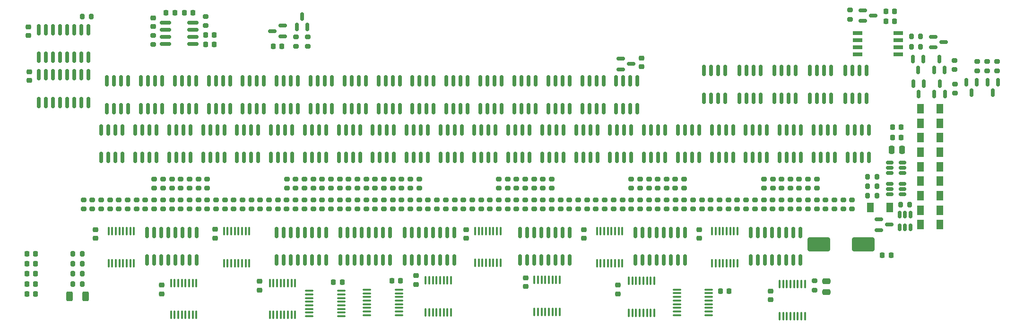
<source format=gbr>
%TF.GenerationSoftware,KiCad,Pcbnew,(6.0.0-0)*%
%TF.CreationDate,2022-08-24T22:51:58-06:00*%
%TF.ProjectId,FlippyDriver,466c6970-7079-4447-9269-7665722e6b69,C.2*%
%TF.SameCoordinates,Original*%
%TF.FileFunction,Paste,Top*%
%TF.FilePolarity,Positive*%
%FSLAX46Y46*%
G04 Gerber Fmt 4.6, Leading zero omitted, Abs format (unit mm)*
G04 Created by KiCad (PCBNEW (6.0.0-0)) date 2022-08-24 22:51:58*
%MOMM*%
%LPD*%
G01*
G04 APERTURE LIST*
G04 Aperture macros list*
%AMRoundRect*
0 Rectangle with rounded corners*
0 $1 Rounding radius*
0 $2 $3 $4 $5 $6 $7 $8 $9 X,Y pos of 4 corners*
0 Add a 4 corners polygon primitive as box body*
4,1,4,$2,$3,$4,$5,$6,$7,$8,$9,$2,$3,0*
0 Add four circle primitives for the rounded corners*
1,1,$1+$1,$2,$3*
1,1,$1+$1,$4,$5*
1,1,$1+$1,$6,$7*
1,1,$1+$1,$8,$9*
0 Add four rect primitives between the rounded corners*
20,1,$1+$1,$2,$3,$4,$5,0*
20,1,$1+$1,$4,$5,$6,$7,0*
20,1,$1+$1,$6,$7,$8,$9,0*
20,1,$1+$1,$8,$9,$2,$3,0*%
G04 Aperture macros list end*
%ADD10RoundRect,0.150000X0.150000X-0.825000X0.150000X0.825000X-0.150000X0.825000X-0.150000X-0.825000X0*%
%ADD11RoundRect,0.225000X0.250000X-0.225000X0.250000X0.225000X-0.250000X0.225000X-0.250000X-0.225000X0*%
%ADD12RoundRect,0.225000X-0.250000X0.225000X-0.250000X-0.225000X0.250000X-0.225000X0.250000X0.225000X0*%
%ADD13RoundRect,0.225000X-0.225000X-0.250000X0.225000X-0.250000X0.225000X0.250000X-0.225000X0.250000X0*%
%ADD14RoundRect,0.225000X0.225000X0.250000X-0.225000X0.250000X-0.225000X-0.250000X0.225000X-0.250000X0*%
%ADD15RoundRect,0.200000X0.200000X0.275000X-0.200000X0.275000X-0.200000X-0.275000X0.200000X-0.275000X0*%
%ADD16RoundRect,0.200000X-0.275000X0.200000X-0.275000X-0.200000X0.275000X-0.200000X0.275000X0.200000X0*%
%ADD17RoundRect,0.200000X0.275000X-0.200000X0.275000X0.200000X-0.275000X0.200000X-0.275000X-0.200000X0*%
%ADD18RoundRect,0.150000X0.512500X0.150000X-0.512500X0.150000X-0.512500X-0.150000X0.512500X-0.150000X0*%
%ADD19RoundRect,0.100000X0.100000X-0.637500X0.100000X0.637500X-0.100000X0.637500X-0.100000X-0.637500X0*%
%ADD20RoundRect,0.100000X-0.637500X-0.100000X0.637500X-0.100000X0.637500X0.100000X-0.637500X0.100000X0*%
%ADD21RoundRect,0.250000X0.475000X-0.250000X0.475000X0.250000X-0.475000X0.250000X-0.475000X-0.250000X0*%
%ADD22RoundRect,0.218750X-0.218750X-0.256250X0.218750X-0.256250X0.218750X0.256250X-0.218750X0.256250X0*%
%ADD23RoundRect,0.218750X0.218750X0.256250X-0.218750X0.256250X-0.218750X-0.256250X0.218750X-0.256250X0*%
%ADD24RoundRect,0.250000X1.750000X1.000000X-1.750000X1.000000X-1.750000X-1.000000X1.750000X-1.000000X0*%
%ADD25RoundRect,0.150000X0.150000X-0.587500X0.150000X0.587500X-0.150000X0.587500X-0.150000X-0.587500X0*%
%ADD26R,1.300000X1.700000*%
%ADD27RoundRect,0.150000X0.150000X-0.512500X0.150000X0.512500X-0.150000X0.512500X-0.150000X-0.512500X0*%
%ADD28RoundRect,0.200000X-0.200000X-0.275000X0.200000X-0.275000X0.200000X0.275000X-0.200000X0.275000X0*%
%ADD29RoundRect,0.150000X-0.587500X-0.150000X0.587500X-0.150000X0.587500X0.150000X-0.587500X0.150000X0*%
%ADD30RoundRect,0.150000X-0.150000X0.587500X-0.150000X-0.587500X0.150000X-0.587500X0.150000X0.587500X0*%
%ADD31R,1.700000X0.650000*%
%ADD32RoundRect,0.250000X0.312500X0.625000X-0.312500X0.625000X-0.312500X-0.625000X0.312500X-0.625000X0*%
%ADD33RoundRect,0.150000X0.587500X0.150000X-0.587500X0.150000X-0.587500X-0.150000X0.587500X-0.150000X0*%
%ADD34RoundRect,0.250000X0.250000X0.475000X-0.250000X0.475000X-0.250000X-0.475000X0.250000X-0.475000X0*%
%ADD35RoundRect,0.150000X-0.825000X-0.150000X0.825000X-0.150000X0.825000X0.150000X-0.825000X0.150000X0*%
G04 APERTURE END LIST*
D10*
%TO.C,Q46*%
X88274724Y-96355000D03*
X89544724Y-96355000D03*
X90814724Y-96355000D03*
X92084724Y-96355000D03*
X92084724Y-91405000D03*
X90814724Y-91405000D03*
X89544724Y-91405000D03*
X88274724Y-91405000D03*
%TD*%
%TO.C,Q45*%
X95381003Y-87575000D03*
X96651003Y-87575000D03*
X97921003Y-87575000D03*
X99191003Y-87575000D03*
X99191003Y-82625000D03*
X97921003Y-82625000D03*
X96651003Y-82625000D03*
X95381003Y-82625000D03*
%TD*%
%TO.C,Q44*%
X89301670Y-87575000D03*
X90571670Y-87575000D03*
X91841670Y-87575000D03*
X93111670Y-87575000D03*
X93111670Y-82625000D03*
X91841670Y-82625000D03*
X90571670Y-82625000D03*
X89301670Y-82625000D03*
%TD*%
%TO.C,Q43*%
X94348948Y-96355000D03*
X95618948Y-96355000D03*
X96888948Y-96355000D03*
X98158948Y-96355000D03*
X98158948Y-91405000D03*
X96888948Y-91405000D03*
X95618948Y-91405000D03*
X94348948Y-91405000D03*
%TD*%
%TO.C,Q42*%
X82200500Y-96355000D03*
X83470500Y-96355000D03*
X84740500Y-96355000D03*
X86010500Y-96355000D03*
X86010500Y-91405000D03*
X84740500Y-91405000D03*
X83470500Y-91405000D03*
X82200500Y-91405000D03*
%TD*%
%TO.C,Q41*%
X101460336Y-87575000D03*
X102730336Y-87575000D03*
X104000336Y-87575000D03*
X105270336Y-87575000D03*
X105270336Y-82625000D03*
X104000336Y-82625000D03*
X102730336Y-82625000D03*
X101460336Y-82625000D03*
%TD*%
%TO.C,Q40*%
X83222337Y-87575000D03*
X84492337Y-87575000D03*
X85762337Y-87575000D03*
X87032337Y-87575000D03*
X87032337Y-82625000D03*
X85762337Y-82625000D03*
X84492337Y-82625000D03*
X83222337Y-82625000D03*
%TD*%
%TO.C,Q39*%
X100423172Y-96355000D03*
X101693172Y-96355000D03*
X102963172Y-96355000D03*
X104233172Y-96355000D03*
X104233172Y-91405000D03*
X102963172Y-91405000D03*
X101693172Y-91405000D03*
X100423172Y-91405000D03*
%TD*%
%TO.C,Q38*%
X76126276Y-96355000D03*
X77396276Y-96355000D03*
X78666276Y-96355000D03*
X79936276Y-96355000D03*
X79936276Y-91405000D03*
X78666276Y-91405000D03*
X77396276Y-91405000D03*
X76126276Y-91405000D03*
%TD*%
%TO.C,Q37*%
X107539669Y-87575000D03*
X108809669Y-87575000D03*
X110079669Y-87575000D03*
X111349669Y-87575000D03*
X111349669Y-82625000D03*
X110079669Y-82625000D03*
X108809669Y-82625000D03*
X107539669Y-82625000D03*
%TD*%
%TO.C,Q36*%
X77143004Y-87575000D03*
X78413004Y-87575000D03*
X79683004Y-87575000D03*
X80953004Y-87575000D03*
X80953004Y-82625000D03*
X79683004Y-82625000D03*
X78413004Y-82625000D03*
X77143004Y-82625000D03*
%TD*%
%TO.C,Q35*%
X106497396Y-96355000D03*
X107767396Y-96355000D03*
X109037396Y-96355000D03*
X110307396Y-96355000D03*
X110307396Y-91405000D03*
X109037396Y-91405000D03*
X107767396Y-91405000D03*
X106497396Y-91405000D03*
%TD*%
%TO.C,Q34*%
X70052052Y-96355000D03*
X71322052Y-96355000D03*
X72592052Y-96355000D03*
X73862052Y-96355000D03*
X73862052Y-91405000D03*
X72592052Y-91405000D03*
X71322052Y-91405000D03*
X70052052Y-91405000D03*
%TD*%
%TO.C,Q33*%
X113619002Y-87575000D03*
X114889002Y-87575000D03*
X116159002Y-87575000D03*
X117429002Y-87575000D03*
X117429002Y-82625000D03*
X116159002Y-82625000D03*
X114889002Y-82625000D03*
X113619002Y-82625000D03*
%TD*%
%TO.C,Q32*%
X71063671Y-87575000D03*
X72333671Y-87575000D03*
X73603671Y-87575000D03*
X74873671Y-87575000D03*
X74873671Y-82625000D03*
X73603671Y-82625000D03*
X72333671Y-82625000D03*
X71063671Y-82625000D03*
%TD*%
%TO.C,Q31*%
X112571620Y-96355000D03*
X113841620Y-96355000D03*
X115111620Y-96355000D03*
X116381620Y-96355000D03*
X116381620Y-91405000D03*
X115111620Y-91405000D03*
X113841620Y-91405000D03*
X112571620Y-91405000D03*
%TD*%
%TO.C,Q30*%
X203685000Y-96355000D03*
X204955000Y-96355000D03*
X206225000Y-96355000D03*
X207495000Y-96355000D03*
X207495000Y-91405000D03*
X206225000Y-91405000D03*
X204955000Y-91405000D03*
X203685000Y-91405000D03*
%TD*%
%TO.C,Q29*%
X203280008Y-85710000D03*
X204550008Y-85710000D03*
X205820008Y-85710000D03*
X207090008Y-85710000D03*
X207090008Y-80760000D03*
X205820008Y-80760000D03*
X204550008Y-80760000D03*
X203280008Y-80760000D03*
%TD*%
%TO.C,Q28*%
X197610756Y-96355000D03*
X198880756Y-96355000D03*
X200150756Y-96355000D03*
X201420756Y-96355000D03*
X201420756Y-91405000D03*
X200150756Y-91405000D03*
X198880756Y-91405000D03*
X197610756Y-91405000D03*
%TD*%
%TO.C,Q27*%
X196950008Y-85710000D03*
X198220008Y-85710000D03*
X199490008Y-85710000D03*
X200760008Y-85710000D03*
X200760008Y-80760000D03*
X199490008Y-80760000D03*
X198220008Y-80760000D03*
X196950008Y-80760000D03*
%TD*%
%TO.C,Q26*%
X191536532Y-96355000D03*
X192806532Y-96355000D03*
X194076532Y-96355000D03*
X195346532Y-96355000D03*
X195346532Y-91405000D03*
X194076532Y-91405000D03*
X192806532Y-91405000D03*
X191536532Y-91405000D03*
%TD*%
%TO.C,Q25*%
X190620008Y-85710000D03*
X191890008Y-85710000D03*
X193160008Y-85710000D03*
X194430008Y-85710000D03*
X194430008Y-80760000D03*
X193160008Y-80760000D03*
X191890008Y-80760000D03*
X190620008Y-80760000D03*
%TD*%
%TO.C,Q24*%
X185462308Y-96355000D03*
X186732308Y-96355000D03*
X188002308Y-96355000D03*
X189272308Y-96355000D03*
X189272308Y-91405000D03*
X188002308Y-91405000D03*
X186732308Y-91405000D03*
X185462308Y-91405000D03*
%TD*%
%TO.C,Q23*%
X184290008Y-85710000D03*
X185560008Y-85710000D03*
X186830008Y-85710000D03*
X188100008Y-85710000D03*
X188100008Y-80760000D03*
X186830008Y-80760000D03*
X185560008Y-80760000D03*
X184290008Y-80760000D03*
%TD*%
%TO.C,Q22*%
X179388084Y-96355000D03*
X180658084Y-96355000D03*
X181928084Y-96355000D03*
X183198084Y-96355000D03*
X183198084Y-91405000D03*
X181928084Y-91405000D03*
X180658084Y-91405000D03*
X179388084Y-91405000D03*
%TD*%
%TO.C,Q21*%
X177960008Y-85710000D03*
X179230008Y-85710000D03*
X180500008Y-85710000D03*
X181770008Y-85710000D03*
X181770008Y-80760000D03*
X180500008Y-80760000D03*
X179230008Y-80760000D03*
X177960008Y-80760000D03*
%TD*%
%TO.C,Q20*%
X173313860Y-96355000D03*
X174583860Y-96355000D03*
X175853860Y-96355000D03*
X177123860Y-96355000D03*
X177123860Y-91405000D03*
X175853860Y-91405000D03*
X174583860Y-91405000D03*
X173313860Y-91405000D03*
%TD*%
%TO.C,Q19*%
X167239636Y-96355000D03*
X168509636Y-96355000D03*
X169779636Y-96355000D03*
X171049636Y-96355000D03*
X171049636Y-91405000D03*
X169779636Y-91405000D03*
X168509636Y-91405000D03*
X167239636Y-91405000D03*
%TD*%
%TO.C,Q18*%
X161165412Y-96355000D03*
X162435412Y-96355000D03*
X163705412Y-96355000D03*
X164975412Y-96355000D03*
X164975412Y-91405000D03*
X163705412Y-91405000D03*
X162435412Y-91405000D03*
X161165412Y-91405000D03*
%TD*%
%TO.C,Q17*%
X162253679Y-87575000D03*
X163523679Y-87575000D03*
X164793679Y-87575000D03*
X166063679Y-87575000D03*
X166063679Y-82625000D03*
X164793679Y-82625000D03*
X163523679Y-82625000D03*
X162253679Y-82625000D03*
%TD*%
%TO.C,Q16*%
X155091188Y-96355000D03*
X156361188Y-96355000D03*
X157631188Y-96355000D03*
X158901188Y-96355000D03*
X158901188Y-91405000D03*
X157631188Y-91405000D03*
X156361188Y-91405000D03*
X155091188Y-91405000D03*
%TD*%
%TO.C,Q15*%
X156174333Y-87575000D03*
X157444333Y-87575000D03*
X158714333Y-87575000D03*
X159984333Y-87575000D03*
X159984333Y-82625000D03*
X158714333Y-82625000D03*
X157444333Y-82625000D03*
X156174333Y-82625000D03*
%TD*%
%TO.C,Q14*%
X149016964Y-96355000D03*
X150286964Y-96355000D03*
X151556964Y-96355000D03*
X152826964Y-96355000D03*
X152826964Y-91405000D03*
X151556964Y-91405000D03*
X150286964Y-91405000D03*
X149016964Y-91405000D03*
%TD*%
%TO.C,Q13*%
X150095000Y-87575000D03*
X151365000Y-87575000D03*
X152635000Y-87575000D03*
X153905000Y-87575000D03*
X153905000Y-82625000D03*
X152635000Y-82625000D03*
X151365000Y-82625000D03*
X150095000Y-82625000D03*
%TD*%
%TO.C,Q12*%
X142942740Y-96355000D03*
X144212740Y-96355000D03*
X145482740Y-96355000D03*
X146752740Y-96355000D03*
X146752740Y-91405000D03*
X145482740Y-91405000D03*
X144212740Y-91405000D03*
X142942740Y-91405000D03*
%TD*%
%TO.C,Q11*%
X144015667Y-87575000D03*
X145285667Y-87575000D03*
X146555667Y-87575000D03*
X147825667Y-87575000D03*
X147825667Y-82625000D03*
X146555667Y-82625000D03*
X145285667Y-82625000D03*
X144015667Y-82625000D03*
%TD*%
%TO.C,Q10*%
X136868516Y-96355000D03*
X138138516Y-96355000D03*
X139408516Y-96355000D03*
X140678516Y-96355000D03*
X140678516Y-91405000D03*
X139408516Y-91405000D03*
X138138516Y-91405000D03*
X136868516Y-91405000D03*
%TD*%
%TO.C,Q9*%
X137936334Y-87575000D03*
X139206334Y-87575000D03*
X140476334Y-87575000D03*
X141746334Y-87575000D03*
X141746334Y-82625000D03*
X140476334Y-82625000D03*
X139206334Y-82625000D03*
X137936334Y-82625000D03*
%TD*%
%TO.C,Q8*%
X130794292Y-96355000D03*
X132064292Y-96355000D03*
X133334292Y-96355000D03*
X134604292Y-96355000D03*
X134604292Y-91405000D03*
X133334292Y-91405000D03*
X132064292Y-91405000D03*
X130794292Y-91405000D03*
%TD*%
%TO.C,Q7*%
X131857001Y-87575000D03*
X133127001Y-87575000D03*
X134397001Y-87575000D03*
X135667001Y-87575000D03*
X135667001Y-82625000D03*
X134397001Y-82625000D03*
X133127001Y-82625000D03*
X131857001Y-82625000D03*
%TD*%
%TO.C,Q6*%
X124720068Y-96355000D03*
X125990068Y-96355000D03*
X127260068Y-96355000D03*
X128530068Y-96355000D03*
X128530068Y-91405000D03*
X127260068Y-91405000D03*
X125990068Y-91405000D03*
X124720068Y-91405000D03*
%TD*%
%TO.C,Q5*%
X125777668Y-87575000D03*
X127047668Y-87575000D03*
X128317668Y-87575000D03*
X129587668Y-87575000D03*
X129587668Y-82625000D03*
X128317668Y-82625000D03*
X127047668Y-82625000D03*
X125777668Y-82625000D03*
%TD*%
%TO.C,Q4*%
X118645844Y-96355000D03*
X119915844Y-96355000D03*
X121185844Y-96355000D03*
X122455844Y-96355000D03*
X122455844Y-91405000D03*
X121185844Y-91405000D03*
X119915844Y-91405000D03*
X118645844Y-91405000D03*
%TD*%
%TO.C,Q3*%
X119698335Y-87575000D03*
X120968335Y-87575000D03*
X122238335Y-87575000D03*
X123508335Y-87575000D03*
X123508335Y-82625000D03*
X122238335Y-82625000D03*
X120968335Y-82625000D03*
X119698335Y-82625000D03*
%TD*%
D11*
%TO.C,C18*%
X126400000Y-119075000D03*
X126400000Y-117525000D03*
%TD*%
D12*
%TO.C,C20*%
X69044743Y-109290000D03*
X69044743Y-110840000D03*
%TD*%
%TO.C,C21*%
X80870000Y-119225000D03*
X80870000Y-120775000D03*
%TD*%
%TO.C,C23*%
X146070000Y-117915000D03*
X146070000Y-119465000D03*
%TD*%
%TO.C,C25*%
X98360000Y-118560000D03*
X98360000Y-120110000D03*
%TD*%
%TO.C,C26*%
X177140458Y-109255000D03*
X177140458Y-110805000D03*
%TD*%
%TO.C,C27*%
X162600000Y-119225000D03*
X162600000Y-120775000D03*
%TD*%
%TO.C,C28*%
X189881250Y-120306250D03*
X189881250Y-121856250D03*
%TD*%
D13*
%TO.C,C29*%
X180925000Y-120300000D03*
X182475000Y-120300000D03*
%TD*%
D14*
%TO.C,C30*%
X123645000Y-118420000D03*
X122095000Y-118420000D03*
%TD*%
D15*
%TO.C,R8*%
X66625000Y-113600000D03*
X64975000Y-113600000D03*
%TD*%
D16*
%TO.C,R17*%
X107000000Y-74775000D03*
X107000000Y-76425000D03*
%TD*%
%TO.C,R20*%
X117495000Y-100200000D03*
X117495000Y-101850000D03*
%TD*%
%TO.C,R21*%
X122235000Y-100200000D03*
X122235000Y-101850000D03*
%TD*%
%TO.C,R22*%
X120655000Y-100200000D03*
X120655000Y-101850000D03*
%TD*%
%TO.C,R23*%
X125395000Y-100200000D03*
X125395000Y-101850000D03*
%TD*%
%TO.C,R24*%
X123815000Y-100200000D03*
X123815000Y-101850000D03*
%TD*%
%TO.C,R25*%
X141225000Y-100200000D03*
X141225000Y-101850000D03*
%TD*%
%TO.C,R26*%
X126975000Y-100200000D03*
X126975000Y-101850000D03*
%TD*%
D17*
%TO.C,R27*%
X119074438Y-105575000D03*
X119074438Y-103925000D03*
%TD*%
%TO.C,R28*%
X117492255Y-105575000D03*
X117492255Y-103925000D03*
%TD*%
%TO.C,R29*%
X122238804Y-105575000D03*
X122238804Y-103925000D03*
%TD*%
%TO.C,R30*%
X120656621Y-105575000D03*
X120656621Y-103925000D03*
%TD*%
%TO.C,R31*%
X125403170Y-105575000D03*
X125403170Y-103925000D03*
%TD*%
%TO.C,R32*%
X123820987Y-105575000D03*
X123820987Y-103925000D03*
%TD*%
%TO.C,R33*%
X141225000Y-105575000D03*
X141225000Y-103925000D03*
%TD*%
%TO.C,R34*%
X126985353Y-105575000D03*
X126985353Y-103925000D03*
%TD*%
%TO.C,R35*%
X130149719Y-105575000D03*
X130149719Y-103925000D03*
%TD*%
%TO.C,R36*%
X128567536Y-105575000D03*
X128567536Y-103925000D03*
%TD*%
%TO.C,R37*%
X133314085Y-105575000D03*
X133314085Y-103925000D03*
%TD*%
%TO.C,R38*%
X131731902Y-105575000D03*
X131731902Y-103925000D03*
%TD*%
%TO.C,R39*%
X136478451Y-105575000D03*
X136478451Y-103925000D03*
%TD*%
%TO.C,R40*%
X134896268Y-105575000D03*
X134896268Y-103925000D03*
%TD*%
%TO.C,R41*%
X139642817Y-105575000D03*
X139642817Y-103925000D03*
%TD*%
%TO.C,R42*%
X138060634Y-105575000D03*
X138060634Y-103925000D03*
%TD*%
D16*
%TO.C,R43*%
X144391666Y-100200000D03*
X144391666Y-101850000D03*
%TD*%
%TO.C,R44*%
X142808333Y-100200000D03*
X142808333Y-101850000D03*
%TD*%
%TO.C,R45*%
X147558332Y-100200000D03*
X147558332Y-101850000D03*
%TD*%
%TO.C,R46*%
X145974999Y-100200000D03*
X145974999Y-101850000D03*
%TD*%
%TO.C,R47*%
X150725000Y-100200000D03*
X150725000Y-101850000D03*
%TD*%
%TO.C,R48*%
X149141665Y-100200000D03*
X149141665Y-101850000D03*
%TD*%
%TO.C,R49*%
X166550000Y-100200000D03*
X166550000Y-101850000D03*
%TD*%
%TO.C,R50*%
X164975000Y-100200000D03*
X164975000Y-101850000D03*
%TD*%
D17*
%TO.C,R52*%
X142807183Y-105575000D03*
X142807183Y-103925000D03*
%TD*%
%TO.C,R53*%
X147553732Y-105575000D03*
X147553732Y-103925000D03*
%TD*%
%TO.C,R54*%
X145971549Y-105575000D03*
X145971549Y-103925000D03*
%TD*%
%TO.C,R55*%
X150718098Y-105575000D03*
X150718098Y-103925000D03*
%TD*%
%TO.C,R56*%
X149135915Y-105575000D03*
X149135915Y-103925000D03*
%TD*%
%TO.C,R57*%
X166539928Y-105575000D03*
X166539928Y-103925000D03*
%TD*%
%TO.C,R58*%
X164957745Y-105575000D03*
X164957745Y-103925000D03*
%TD*%
%TO.C,R59*%
X153882464Y-105575000D03*
X153882464Y-103925000D03*
%TD*%
%TO.C,R60*%
X152300281Y-105575000D03*
X152300281Y-103925000D03*
%TD*%
%TO.C,R61*%
X157046830Y-105575000D03*
X157046830Y-103925000D03*
%TD*%
%TO.C,R62*%
X155464647Y-105575000D03*
X155464647Y-103925000D03*
%TD*%
%TO.C,R63*%
X160211196Y-105575000D03*
X160211196Y-103925000D03*
%TD*%
%TO.C,R64*%
X158629013Y-105575000D03*
X158629013Y-103925000D03*
%TD*%
%TO.C,R65*%
X163375562Y-105575000D03*
X163375562Y-103925000D03*
%TD*%
D18*
%TO.C,U5*%
X213537500Y-102950000D03*
X213537500Y-102000000D03*
X213537500Y-101050000D03*
X211262500Y-101050000D03*
X211262500Y-102000000D03*
X211262500Y-102950000D03*
%TD*%
D10*
%TO.C,U8*%
X124388791Y-109775000D03*
X125658791Y-109775000D03*
X126928791Y-109775000D03*
X128198791Y-109775000D03*
X129468791Y-109775000D03*
X130738791Y-109775000D03*
X132008791Y-109775000D03*
X133278791Y-109775000D03*
X133278791Y-114725000D03*
X132008791Y-114725000D03*
X130738791Y-114725000D03*
X129468791Y-114725000D03*
X128198791Y-114725000D03*
X126928791Y-114725000D03*
X125658791Y-114725000D03*
X124388791Y-114725000D03*
%TD*%
D19*
%TO.C,U10*%
X137000000Y-109525000D03*
X137650000Y-109525000D03*
X138300000Y-109525000D03*
X138950000Y-109525000D03*
X139600000Y-109525000D03*
X140250000Y-109525000D03*
X140900000Y-109525000D03*
X141550000Y-109525000D03*
X141550000Y-115250000D03*
X140900000Y-115250000D03*
X140250000Y-115250000D03*
X139600000Y-115250000D03*
X138950000Y-115250000D03*
X138300000Y-115250000D03*
X137650000Y-115250000D03*
X137000000Y-115250000D03*
%TD*%
%TO.C,U11*%
X128125000Y-118377500D03*
X128775000Y-118377500D03*
X129425000Y-118377500D03*
X130075000Y-118377500D03*
X130725000Y-118377500D03*
X131375000Y-118377500D03*
X132025000Y-118377500D03*
X132675000Y-118377500D03*
X132675000Y-124102500D03*
X132025000Y-124102500D03*
X131375000Y-124102500D03*
X130725000Y-124102500D03*
X130075000Y-124102500D03*
X129425000Y-124102500D03*
X128775000Y-124102500D03*
X128125000Y-124102500D03*
%TD*%
%TO.C,U13*%
X82525000Y-118837500D03*
X83175000Y-118837500D03*
X83825000Y-118837500D03*
X84475000Y-118837500D03*
X85125000Y-118837500D03*
X85775000Y-118837500D03*
X86425000Y-118837500D03*
X87075000Y-118837500D03*
X87075000Y-124562500D03*
X86425000Y-124562500D03*
X85775000Y-124562500D03*
X85125000Y-124562500D03*
X84475000Y-124562500D03*
X83825000Y-124562500D03*
X83175000Y-124562500D03*
X82525000Y-124562500D03*
%TD*%
D10*
%TO.C,U14*%
X145035934Y-109775000D03*
X146305934Y-109775000D03*
X147575934Y-109775000D03*
X148845934Y-109775000D03*
X150115934Y-109775000D03*
X151385934Y-109775000D03*
X152655934Y-109775000D03*
X153925934Y-109775000D03*
X153925934Y-114725000D03*
X152655934Y-114725000D03*
X151385934Y-114725000D03*
X150115934Y-114725000D03*
X148845934Y-114725000D03*
X147575934Y-114725000D03*
X146305934Y-114725000D03*
X145035934Y-114725000D03*
%TD*%
%TO.C,U15*%
X101424029Y-109775000D03*
X102694029Y-109775000D03*
X103964029Y-109775000D03*
X105234029Y-109775000D03*
X106504029Y-109775000D03*
X107774029Y-109775000D03*
X109044029Y-109775000D03*
X110314029Y-109775000D03*
X110314029Y-114725000D03*
X109044029Y-114725000D03*
X107774029Y-114725000D03*
X106504029Y-114725000D03*
X105234029Y-114725000D03*
X103964029Y-114725000D03*
X102694029Y-114725000D03*
X101424029Y-114725000D03*
%TD*%
D19*
%TO.C,U17*%
X147595000Y-118267500D03*
X148245000Y-118267500D03*
X148895000Y-118267500D03*
X149545000Y-118267500D03*
X150195000Y-118267500D03*
X150845000Y-118267500D03*
X151495000Y-118267500D03*
X152145000Y-118267500D03*
X152145000Y-123992500D03*
X151495000Y-123992500D03*
X150845000Y-123992500D03*
X150195000Y-123992500D03*
X149545000Y-123992500D03*
X148895000Y-123992500D03*
X148245000Y-123992500D03*
X147595000Y-123992500D03*
%TD*%
%TO.C,U19*%
X100225000Y-118817500D03*
X100875000Y-118817500D03*
X101525000Y-118817500D03*
X102175000Y-118817500D03*
X102825000Y-118817500D03*
X103475000Y-118817500D03*
X104125000Y-118817500D03*
X104775000Y-118817500D03*
X104775000Y-124542500D03*
X104125000Y-124542500D03*
X103475000Y-124542500D03*
X102825000Y-124542500D03*
X102175000Y-124542500D03*
X101525000Y-124542500D03*
X100875000Y-124542500D03*
X100225000Y-124542500D03*
%TD*%
D10*
%TO.C,U20*%
X165683077Y-109775000D03*
X166953077Y-109775000D03*
X168223077Y-109775000D03*
X169493077Y-109775000D03*
X170763077Y-109775000D03*
X172033077Y-109775000D03*
X173303077Y-109775000D03*
X174573077Y-109775000D03*
X174573077Y-114725000D03*
X173303077Y-114725000D03*
X172033077Y-114725000D03*
X170763077Y-114725000D03*
X169493077Y-114725000D03*
X168223077Y-114725000D03*
X166953077Y-114725000D03*
X165683077Y-114725000D03*
%TD*%
D19*
%TO.C,U22*%
X179447839Y-109537500D03*
X180097839Y-109537500D03*
X180747839Y-109537500D03*
X181397839Y-109537500D03*
X182047839Y-109537500D03*
X182697839Y-109537500D03*
X183347839Y-109537500D03*
X183997839Y-109537500D03*
X183997839Y-115262500D03*
X183347839Y-115262500D03*
X182697839Y-115262500D03*
X182047839Y-115262500D03*
X181397839Y-115262500D03*
X180747839Y-115262500D03*
X180097839Y-115262500D03*
X179447839Y-115262500D03*
%TD*%
D10*
%TO.C,U24*%
X186330220Y-109775000D03*
X187600220Y-109775000D03*
X188870220Y-109775000D03*
X190140220Y-109775000D03*
X191410220Y-109775000D03*
X192680220Y-109775000D03*
X193950220Y-109775000D03*
X195220220Y-109775000D03*
X195220220Y-114725000D03*
X193950220Y-114725000D03*
X192680220Y-114725000D03*
X191410220Y-114725000D03*
X190140220Y-114725000D03*
X188870220Y-114725000D03*
X187600220Y-114725000D03*
X186330220Y-114725000D03*
%TD*%
D19*
%TO.C,U25*%
X191525000Y-119037500D03*
X192175000Y-119037500D03*
X192825000Y-119037500D03*
X193475000Y-119037500D03*
X194125000Y-119037500D03*
X194775000Y-119037500D03*
X195425000Y-119037500D03*
X196075000Y-119037500D03*
X196075000Y-124762500D03*
X195425000Y-124762500D03*
X194775000Y-124762500D03*
X194125000Y-124762500D03*
X193475000Y-124762500D03*
X192825000Y-124762500D03*
X192175000Y-124762500D03*
X191525000Y-124762500D03*
%TD*%
D20*
%TO.C,U27*%
X113012500Y-120235000D03*
X113012500Y-120885000D03*
X113012500Y-121535000D03*
X113012500Y-122185000D03*
X113012500Y-122835000D03*
X113012500Y-123485000D03*
X113012500Y-124135000D03*
X113012500Y-124785000D03*
X107287500Y-124785000D03*
X107287500Y-124135000D03*
X107287500Y-123485000D03*
X107287500Y-122835000D03*
X107287500Y-122185000D03*
X107287500Y-121535000D03*
X107287500Y-120885000D03*
X107287500Y-120235000D03*
%TD*%
%TO.C,U28*%
X123362500Y-120045000D03*
X123362500Y-120695000D03*
X123362500Y-121345000D03*
X123362500Y-121995000D03*
X123362500Y-122645000D03*
X123362500Y-123295000D03*
X123362500Y-123945000D03*
X123362500Y-124595000D03*
X117637500Y-124595000D03*
X117637500Y-123945000D03*
X117637500Y-123295000D03*
X117637500Y-122645000D03*
X117637500Y-121995000D03*
X117637500Y-121345000D03*
X117637500Y-120695000D03*
X117637500Y-120045000D03*
%TD*%
D18*
%TO.C,U6*%
X213537500Y-99150000D03*
X213537500Y-98200000D03*
X213537500Y-97250000D03*
X211262500Y-97250000D03*
X211262500Y-98200000D03*
X211262500Y-99150000D03*
%TD*%
D17*
%TO.C,R51*%
X144389366Y-105575000D03*
X144389366Y-103925000D03*
%TD*%
D19*
%TO.C,U12*%
X71352124Y-109537500D03*
X72002124Y-109537500D03*
X72652124Y-109537500D03*
X73302124Y-109537500D03*
X73952124Y-109537500D03*
X74602124Y-109537500D03*
X75252124Y-109537500D03*
X75902124Y-109537500D03*
X75902124Y-115262500D03*
X75252124Y-115262500D03*
X74602124Y-115262500D03*
X73952124Y-115262500D03*
X73302124Y-115262500D03*
X72652124Y-115262500D03*
X72002124Y-115262500D03*
X71352124Y-115262500D03*
%TD*%
D12*
%TO.C,C22*%
X156493315Y-109255000D03*
X156493315Y-110805000D03*
%TD*%
%TO.C,C24*%
X90450000Y-109225000D03*
X90450000Y-110775000D03*
%TD*%
D19*
%TO.C,U18*%
X91999267Y-109537500D03*
X92649267Y-109537500D03*
X93299267Y-109537500D03*
X93949267Y-109537500D03*
X94599267Y-109537500D03*
X95249267Y-109537500D03*
X95899267Y-109537500D03*
X96549267Y-109537500D03*
X96549267Y-115262500D03*
X95899267Y-115262500D03*
X95249267Y-115262500D03*
X94599267Y-115262500D03*
X93949267Y-115262500D03*
X93299267Y-115262500D03*
X92649267Y-115262500D03*
X91999267Y-115262500D03*
%TD*%
D10*
%TO.C,U21*%
X112906410Y-109775000D03*
X114176410Y-109775000D03*
X115446410Y-109775000D03*
X116716410Y-109775000D03*
X117986410Y-109775000D03*
X119256410Y-109775000D03*
X120526410Y-109775000D03*
X121796410Y-109775000D03*
X121796410Y-114725000D03*
X120526410Y-114725000D03*
X119256410Y-114725000D03*
X117986410Y-114725000D03*
X116716410Y-114725000D03*
X115446410Y-114725000D03*
X114176410Y-114725000D03*
X112906410Y-114725000D03*
%TD*%
D19*
%TO.C,U23*%
X164525000Y-118437500D03*
X165175000Y-118437500D03*
X165825000Y-118437500D03*
X166475000Y-118437500D03*
X167125000Y-118437500D03*
X167775000Y-118437500D03*
X168425000Y-118437500D03*
X169075000Y-118437500D03*
X169075000Y-124162500D03*
X168425000Y-124162500D03*
X167775000Y-124162500D03*
X167125000Y-124162500D03*
X166475000Y-124162500D03*
X165825000Y-124162500D03*
X165175000Y-124162500D03*
X164525000Y-124162500D03*
%TD*%
%TO.C,U16*%
X158800696Y-109537500D03*
X159450696Y-109537500D03*
X160100696Y-109537500D03*
X160750696Y-109537500D03*
X161400696Y-109537500D03*
X162050696Y-109537500D03*
X162700696Y-109537500D03*
X163350696Y-109537500D03*
X163350696Y-115262500D03*
X162700696Y-115262500D03*
X162050696Y-115262500D03*
X161400696Y-115262500D03*
X160750696Y-115262500D03*
X160100696Y-115262500D03*
X159450696Y-115262500D03*
X158800696Y-115262500D03*
%TD*%
D20*
%TO.C,U26*%
X178862500Y-120025000D03*
X178862500Y-120675000D03*
X178862500Y-121325000D03*
X178862500Y-121975000D03*
X178862500Y-122625000D03*
X178862500Y-123275000D03*
X178862500Y-123925000D03*
X178862500Y-124575000D03*
X173137500Y-124575000D03*
X173137500Y-123925000D03*
X173137500Y-123275000D03*
X173137500Y-122625000D03*
X173137500Y-121975000D03*
X173137500Y-121325000D03*
X173137500Y-120675000D03*
X173137500Y-120025000D03*
%TD*%
D21*
%TO.C,C6*%
X199900000Y-120450000D03*
X199900000Y-118550000D03*
%TD*%
D22*
%TO.C,F1*%
X209912500Y-113900000D03*
X211487500Y-113900000D03*
%TD*%
D23*
%TO.C,D2*%
X58287500Y-113600000D03*
X56712500Y-113600000D03*
%TD*%
D10*
%TO.C,U9*%
X78234505Y-109775000D03*
X79504505Y-109775000D03*
X80774505Y-109775000D03*
X82044505Y-109775000D03*
X83314505Y-109775000D03*
X84584505Y-109775000D03*
X85854505Y-109775000D03*
X87124505Y-109775000D03*
X87124505Y-114725000D03*
X85854505Y-114725000D03*
X84584505Y-114725000D03*
X83314505Y-114725000D03*
X82044505Y-114725000D03*
X80774505Y-114725000D03*
X79504505Y-114725000D03*
X78234505Y-114725000D03*
%TD*%
D24*
%TO.C,C7*%
X206532500Y-111900000D03*
X198532500Y-111900000D03*
%TD*%
D15*
%TO.C,R11*%
X66625000Y-119000000D03*
X64975000Y-119000000D03*
%TD*%
D16*
%TO.C,R19*%
X119075000Y-100200000D03*
X119075000Y-101850000D03*
%TD*%
D25*
%TO.C,Q2*%
X105047000Y-72937500D03*
X106947000Y-72937500D03*
X105997000Y-71062500D03*
%TD*%
D12*
%TO.C,C19*%
X135350000Y-109275000D03*
X135350000Y-110825000D03*
%TD*%
D15*
%TO.C,R1*%
X214825000Y-104800000D03*
X213175000Y-104800000D03*
%TD*%
D14*
%TO.C,C31*%
X113165000Y-118650000D03*
X111615000Y-118650000D03*
%TD*%
D16*
%TO.C,R13*%
X104950000Y-74775000D03*
X104950000Y-76425000D03*
%TD*%
%TO.C,R67*%
X168125000Y-100200000D03*
X168125000Y-101850000D03*
%TD*%
%TO.C,R68*%
X169700000Y-100200000D03*
X169700000Y-101850000D03*
%TD*%
D10*
%TO.C,U3*%
X58855000Y-81525000D03*
X60125000Y-81525000D03*
X61395000Y-81525000D03*
X62665000Y-81525000D03*
X63935000Y-81525000D03*
X65205000Y-81525000D03*
X66475000Y-81525000D03*
X67745000Y-81525000D03*
X67745000Y-86475000D03*
X66475000Y-86475000D03*
X65205000Y-86475000D03*
X63935000Y-86475000D03*
X62665000Y-86475000D03*
X61395000Y-86475000D03*
X60125000Y-86475000D03*
X58855000Y-86475000D03*
%TD*%
D23*
%TO.C,D3*%
X58287500Y-119000000D03*
X56712500Y-119000000D03*
%TD*%
D17*
%TO.C,R66*%
X161793379Y-105575000D03*
X161793379Y-103925000D03*
%TD*%
D26*
%TO.C,D1*%
X207750000Y-105300000D03*
X211250000Y-105300000D03*
%TD*%
D16*
%TO.C,R130*%
X85858332Y-100200000D03*
X85858332Y-101850000D03*
%TD*%
%TO.C,R106*%
X79525000Y-100200000D03*
X79525000Y-101850000D03*
%TD*%
D25*
%TO.C,Q53*%
X219250000Y-84975000D03*
X221150000Y-84975000D03*
X220200000Y-83100000D03*
%TD*%
D16*
%TO.C,R133*%
X106435000Y-100200000D03*
X106435000Y-101850000D03*
%TD*%
D27*
%TO.C,U29*%
X213050000Y-108837500D03*
X214000000Y-108837500D03*
X214950000Y-108837500D03*
X214950000Y-106562500D03*
X214000000Y-106562500D03*
X213050000Y-106562500D03*
%TD*%
D26*
%TO.C,D6*%
X220250000Y-92800000D03*
X216750000Y-92800000D03*
%TD*%
D17*
%TO.C,R85*%
X179197392Y-105575000D03*
X179197392Y-103925000D03*
%TD*%
D16*
%TO.C,R94*%
X198175000Y-100200000D03*
X198175000Y-101850000D03*
%TD*%
D17*
%TO.C,R155*%
X230500000Y-79175000D03*
X230500000Y-80825000D03*
%TD*%
%TO.C,R143*%
X93759582Y-105575000D03*
X93759582Y-103925000D03*
%TD*%
D23*
%TO.C,D15*%
X58287500Y-117200000D03*
X56712500Y-117200000D03*
%TD*%
D28*
%TO.C,R151*%
X207275000Y-103200000D03*
X208925000Y-103200000D03*
%TD*%
D17*
%TO.C,R82*%
X191854856Y-105575000D03*
X191854856Y-103925000D03*
%TD*%
%TO.C,R154*%
X88717500Y-72722500D03*
X88717500Y-71072500D03*
%TD*%
D11*
%TO.C,C16*%
X56975000Y-74500000D03*
X56975000Y-72950000D03*
%TD*%
D16*
%TO.C,R127*%
X108015000Y-100200000D03*
X108015000Y-101850000D03*
%TD*%
D17*
%TO.C,R123*%
X96923948Y-105575000D03*
X96923948Y-103925000D03*
%TD*%
%TO.C,R144*%
X74773314Y-105575000D03*
X74773314Y-103925000D03*
%TD*%
%TO.C,R120*%
X68444582Y-105575000D03*
X68444582Y-103925000D03*
%TD*%
%TO.C,R76*%
X169704294Y-105575000D03*
X169704294Y-103925000D03*
%TD*%
%TO.C,R136*%
X87430778Y-105575000D03*
X87430778Y-103925000D03*
%TD*%
%TO.C,R99*%
X199765771Y-105575000D03*
X199765771Y-103925000D03*
%TD*%
D29*
%TO.C,U4*%
X163062500Y-78650000D03*
X163062500Y-80550000D03*
X164937500Y-79600000D03*
%TD*%
D14*
%TO.C,C11*%
X86492500Y-70397500D03*
X84942500Y-70397500D03*
%TD*%
D17*
%TO.C,R77*%
X171286477Y-105575000D03*
X171286477Y-103925000D03*
%TD*%
%TO.C,R114*%
X79519863Y-105575000D03*
X79519863Y-103925000D03*
%TD*%
%TO.C,R83*%
X176033026Y-105575000D03*
X176033026Y-103925000D03*
%TD*%
D30*
%TO.C,Q48*%
X217300000Y-78762500D03*
X215400000Y-78762500D03*
X216350000Y-80637500D03*
%TD*%
D17*
%TO.C,R112*%
X81102046Y-105575000D03*
X81102046Y-103925000D03*
%TD*%
D16*
%TO.C,R104*%
X81108333Y-100200000D03*
X81108333Y-101850000D03*
%TD*%
D31*
%TO.C,U1*%
X212750000Y-74095000D03*
X212750000Y-75365000D03*
X212750000Y-76635000D03*
X212750000Y-77905000D03*
X205450000Y-77905000D03*
X205450000Y-76635000D03*
X205450000Y-75365000D03*
X205450000Y-74095000D03*
%TD*%
D17*
%TO.C,R98*%
X198183588Y-105575000D03*
X198183588Y-103925000D03*
%TD*%
%TO.C,R2*%
X197800000Y-120125000D03*
X197800000Y-118475000D03*
%TD*%
D13*
%TO.C,C8*%
X100825000Y-76400000D03*
X102375000Y-76400000D03*
%TD*%
D17*
%TO.C,R80*%
X188690490Y-105575000D03*
X188690490Y-103925000D03*
%TD*%
D30*
%TO.C,Q54*%
X229700000Y-84737500D03*
X228750000Y-82862500D03*
X230650000Y-82862500D03*
%TD*%
D16*
%TO.C,R12*%
X222900000Y-83212500D03*
X222900000Y-84862500D03*
%TD*%
%TO.C,R132*%
X103275000Y-100200000D03*
X103275000Y-101850000D03*
%TD*%
%TO.C,R128*%
X87441665Y-100200000D03*
X87441665Y-101850000D03*
%TD*%
%TO.C,R134*%
X89025000Y-100200000D03*
X89025000Y-101850000D03*
%TD*%
D17*
%TO.C,R96*%
X195019222Y-105575000D03*
X195019222Y-103925000D03*
%TD*%
D16*
%TO.C,R4*%
X204150000Y-69925000D03*
X204150000Y-71575000D03*
%TD*%
%TO.C,R109*%
X112755000Y-100200000D03*
X112755000Y-101850000D03*
%TD*%
D17*
%TO.C,R113*%
X115910072Y-105575000D03*
X115910072Y-103925000D03*
%TD*%
D16*
%TO.C,R69*%
X171275000Y-100200000D03*
X171275000Y-101850000D03*
%TD*%
D14*
%TO.C,C12*%
X90292500Y-74397500D03*
X88742500Y-74397500D03*
%TD*%
D30*
%TO.C,Q49*%
X217350000Y-83100000D03*
X215450000Y-83100000D03*
X216400000Y-84975000D03*
%TD*%
D23*
%TO.C,D14*%
X58287500Y-120800000D03*
X56712500Y-120800000D03*
%TD*%
D17*
%TO.C,R95*%
X193437039Y-105575000D03*
X193437039Y-103925000D03*
%TD*%
%TO.C,R147*%
X90595216Y-105575000D03*
X90595216Y-103925000D03*
%TD*%
D26*
%TO.C,D13*%
X220250000Y-90200000D03*
X216750000Y-90200000D03*
%TD*%
D16*
%TO.C,R108*%
X84274999Y-100200000D03*
X84274999Y-101850000D03*
%TD*%
%TO.C,R70*%
X172850000Y-100200000D03*
X172850000Y-101850000D03*
%TD*%
%TO.C,R73*%
X190300000Y-100200000D03*
X190300000Y-101850000D03*
%TD*%
%TO.C,R129*%
X109595000Y-100200000D03*
X109595000Y-101850000D03*
%TD*%
D17*
%TO.C,R75*%
X168122111Y-105575000D03*
X168122111Y-103925000D03*
%TD*%
%TO.C,R126*%
X70026765Y-105575000D03*
X70026765Y-103925000D03*
%TD*%
D11*
%TO.C,C32*%
X57125000Y-82550000D03*
X57125000Y-81000000D03*
%TD*%
D17*
%TO.C,R135*%
X107999157Y-105575000D03*
X107999157Y-103925000D03*
%TD*%
%TO.C,R116*%
X84266412Y-105575000D03*
X84266412Y-103925000D03*
%TD*%
D16*
%TO.C,R103*%
X114335000Y-100200000D03*
X114335000Y-101850000D03*
%TD*%
D13*
%TO.C,C4*%
X211725000Y-90900000D03*
X213275000Y-90900000D03*
%TD*%
D16*
%TO.C,R92*%
X195025000Y-100200000D03*
X195025000Y-101850000D03*
%TD*%
D17*
%TO.C,R101*%
X202930137Y-105575000D03*
X202930137Y-103925000D03*
%TD*%
D13*
%TO.C,C10*%
X81642500Y-70397500D03*
X83192500Y-70397500D03*
%TD*%
D17*
%TO.C,R124*%
X71608948Y-105575000D03*
X71608948Y-103925000D03*
%TD*%
%TO.C,R142*%
X89012961Y-105575000D03*
X89012961Y-103925000D03*
%TD*%
D32*
%TO.C,R14*%
X67262500Y-121200000D03*
X64337500Y-121200000D03*
%TD*%
D28*
%TO.C,R152*%
X207275000Y-101500000D03*
X208925000Y-101500000D03*
%TD*%
D26*
%TO.C,D4*%
X220250000Y-87600000D03*
X216750000Y-87600000D03*
%TD*%
D29*
%TO.C,Q51*%
X219012500Y-74750000D03*
X219012500Y-76650000D03*
X220887500Y-75700000D03*
%TD*%
D17*
%TO.C,R119*%
X100088314Y-105575000D03*
X100088314Y-103925000D03*
%TD*%
%TO.C,R141*%
X106416974Y-105575000D03*
X106416974Y-103925000D03*
%TD*%
%TO.C,R102*%
X204512399Y-105575000D03*
X204512399Y-103925000D03*
%TD*%
%TO.C,R145*%
X95341765Y-105575000D03*
X95341765Y-103925000D03*
%TD*%
D29*
%TO.C,Q1*%
X209262500Y-107450000D03*
X209262500Y-109350000D03*
X211137500Y-108400000D03*
%TD*%
D17*
%TO.C,R90*%
X187108307Y-105575000D03*
X187108307Y-103925000D03*
%TD*%
D16*
%TO.C,R71*%
X174425000Y-100200000D03*
X174425000Y-101850000D03*
%TD*%
D17*
%TO.C,R97*%
X196601405Y-105575000D03*
X196601405Y-103925000D03*
%TD*%
%TO.C,R125*%
X98506131Y-105575000D03*
X98506131Y-103925000D03*
%TD*%
D16*
%TO.C,R10*%
X222850000Y-78975000D03*
X222850000Y-80625000D03*
%TD*%
D26*
%TO.C,D9*%
X220250000Y-108400000D03*
X216750000Y-108400000D03*
%TD*%
D16*
%TO.C,R110*%
X82691666Y-100200000D03*
X82691666Y-101850000D03*
%TD*%
D17*
%TO.C,R88*%
X183943941Y-105575000D03*
X183943941Y-103925000D03*
%TD*%
D16*
%TO.C,R74*%
X191875000Y-100200000D03*
X191875000Y-101850000D03*
%TD*%
D17*
%TO.C,R146*%
X73191131Y-105575000D03*
X73191131Y-103925000D03*
%TD*%
%TO.C,R6*%
X228700000Y-79175000D03*
X228700000Y-80825000D03*
%TD*%
D33*
%TO.C,U2*%
X102537500Y-74650000D03*
X102537500Y-72750000D03*
X100662500Y-73700000D03*
%TD*%
D13*
%TO.C,C5*%
X211725000Y-92800000D03*
X213275000Y-92800000D03*
%TD*%
D17*
%TO.C,R115*%
X111163523Y-105575000D03*
X111163523Y-103925000D03*
%TD*%
D34*
%TO.C,C3*%
X213450000Y-95000000D03*
X211550000Y-95000000D03*
%TD*%
D26*
%TO.C,D7*%
X220250000Y-100600000D03*
X216750000Y-100600000D03*
%TD*%
D15*
%TO.C,R15*%
X66625000Y-117200000D03*
X64975000Y-117200000D03*
%TD*%
D26*
%TO.C,D12*%
X220250000Y-95400000D03*
X216750000Y-95400000D03*
%TD*%
D16*
%TO.C,R107*%
X111175000Y-100200000D03*
X111175000Y-101850000D03*
%TD*%
D35*
%TO.C,U30*%
X81542500Y-72192500D03*
X81542500Y-73462500D03*
X81542500Y-74732500D03*
X81542500Y-76002500D03*
X86492500Y-76002500D03*
X86492500Y-74732500D03*
X86492500Y-73462500D03*
X86492500Y-72192500D03*
%TD*%
D16*
%TO.C,R72*%
X188725000Y-100200000D03*
X188725000Y-101850000D03*
%TD*%
D17*
%TO.C,R122*%
X66862399Y-105575000D03*
X66862399Y-103925000D03*
%TD*%
D15*
%TO.C,R5*%
X216775000Y-76500000D03*
X215125000Y-76500000D03*
%TD*%
D26*
%TO.C,D10*%
X220250000Y-103200000D03*
X216750000Y-103200000D03*
%TD*%
D29*
%TO.C,Q47*%
X208287500Y-70950000D03*
X206412500Y-71900000D03*
X206412500Y-70000000D03*
%TD*%
D16*
%TO.C,R18*%
X79317500Y-74472500D03*
X79317500Y-76122500D03*
%TD*%
D25*
%TO.C,Q52*%
X219200000Y-80637500D03*
X221100000Y-80637500D03*
X220150000Y-78762500D03*
%TD*%
D17*
%TO.C,R84*%
X177615209Y-105575000D03*
X177615209Y-103925000D03*
%TD*%
%TO.C,R121*%
X101677399Y-105575000D03*
X101677399Y-103925000D03*
%TD*%
%TO.C,R137*%
X109581340Y-105575000D03*
X109581340Y-103925000D03*
%TD*%
D14*
%TO.C,C2*%
X212135000Y-71965000D03*
X210585000Y-71965000D03*
%TD*%
D17*
%TO.C,R79*%
X174450843Y-105575000D03*
X174450843Y-103925000D03*
%TD*%
D23*
%TO.C,D16*%
X58287500Y-115400000D03*
X56712500Y-115400000D03*
%TD*%
D12*
%TO.C,C13*%
X79317500Y-71322500D03*
X79317500Y-72872500D03*
%TD*%
D17*
%TO.C,R100*%
X201347954Y-105575000D03*
X201347954Y-103925000D03*
%TD*%
D16*
%TO.C,R91*%
X193450000Y-100200000D03*
X193450000Y-101850000D03*
%TD*%
D26*
%TO.C,D8*%
X220250000Y-105800000D03*
X216750000Y-105800000D03*
%TD*%
D30*
%TO.C,Q50*%
X225900000Y-84737500D03*
X224950000Y-82862500D03*
X226850000Y-82862500D03*
%TD*%
D17*
%TO.C,R89*%
X185526124Y-105575000D03*
X185526124Y-103925000D03*
%TD*%
D14*
%TO.C,C1*%
X212125000Y-70150000D03*
X210575000Y-70150000D03*
%TD*%
D15*
%TO.C,R9*%
X216775000Y-74700000D03*
X215125000Y-74700000D03*
%TD*%
D11*
%TO.C,C9*%
X166800000Y-80075000D03*
X166800000Y-78525000D03*
%TD*%
D17*
%TO.C,R117*%
X112745706Y-105575000D03*
X112745706Y-103925000D03*
%TD*%
%TO.C,R140*%
X103252608Y-105575000D03*
X103252608Y-103925000D03*
%TD*%
D15*
%TO.C,R3*%
X68275000Y-71125000D03*
X66625000Y-71125000D03*
%TD*%
%TO.C,R16*%
X66625000Y-115400000D03*
X64975000Y-115400000D03*
%TD*%
D17*
%TO.C,R150*%
X76355497Y-105575000D03*
X76355497Y-103925000D03*
%TD*%
D16*
%TO.C,R93*%
X196600000Y-100200000D03*
X196600000Y-101850000D03*
%TD*%
%TO.C,R131*%
X104855000Y-100200000D03*
X104855000Y-101850000D03*
%TD*%
D17*
%TO.C,R78*%
X172868660Y-105575000D03*
X172868660Y-103925000D03*
%TD*%
%TO.C,R148*%
X77937680Y-105575000D03*
X77937680Y-103925000D03*
%TD*%
%TO.C,R7*%
X226900000Y-79175000D03*
X226900000Y-80825000D03*
%TD*%
D14*
%TO.C,C14*%
X90292500Y-76097500D03*
X88742500Y-76097500D03*
%TD*%
D17*
%TO.C,R138*%
X85848595Y-105575000D03*
X85848595Y-103925000D03*
%TD*%
%TO.C,R111*%
X114327889Y-105575000D03*
X114327889Y-103925000D03*
%TD*%
D26*
%TO.C,D11*%
X220250000Y-98000000D03*
X216750000Y-98000000D03*
%TD*%
D17*
%TO.C,R149*%
X92177399Y-105575000D03*
X92177399Y-103925000D03*
%TD*%
D10*
%TO.C,U7*%
X58855000Y-73475000D03*
X60125000Y-73475000D03*
X61395000Y-73475000D03*
X62665000Y-73475000D03*
X63935000Y-73475000D03*
X65205000Y-73475000D03*
X66475000Y-73475000D03*
X67745000Y-73475000D03*
X67745000Y-78425000D03*
X66475000Y-78425000D03*
X65205000Y-78425000D03*
X63935000Y-78425000D03*
X62665000Y-78425000D03*
X61395000Y-78425000D03*
X60125000Y-78425000D03*
X58855000Y-78425000D03*
%TD*%
D17*
%TO.C,R81*%
X190272673Y-105575000D03*
X190272673Y-103925000D03*
%TD*%
%TO.C,R87*%
X182361758Y-105575000D03*
X182361758Y-103925000D03*
%TD*%
%TO.C,R118*%
X82684229Y-105575000D03*
X82684229Y-103925000D03*
%TD*%
D28*
%TO.C,R153*%
X207275000Y-99800000D03*
X208925000Y-99800000D03*
%TD*%
D17*
%TO.C,R86*%
X180779575Y-105575000D03*
X180779575Y-103925000D03*
%TD*%
D16*
%TO.C,R105*%
X115915000Y-100200000D03*
X115915000Y-101850000D03*
%TD*%
D17*
%TO.C,R139*%
X104834791Y-105575000D03*
X104834791Y-103925000D03*
%TD*%
M02*

</source>
